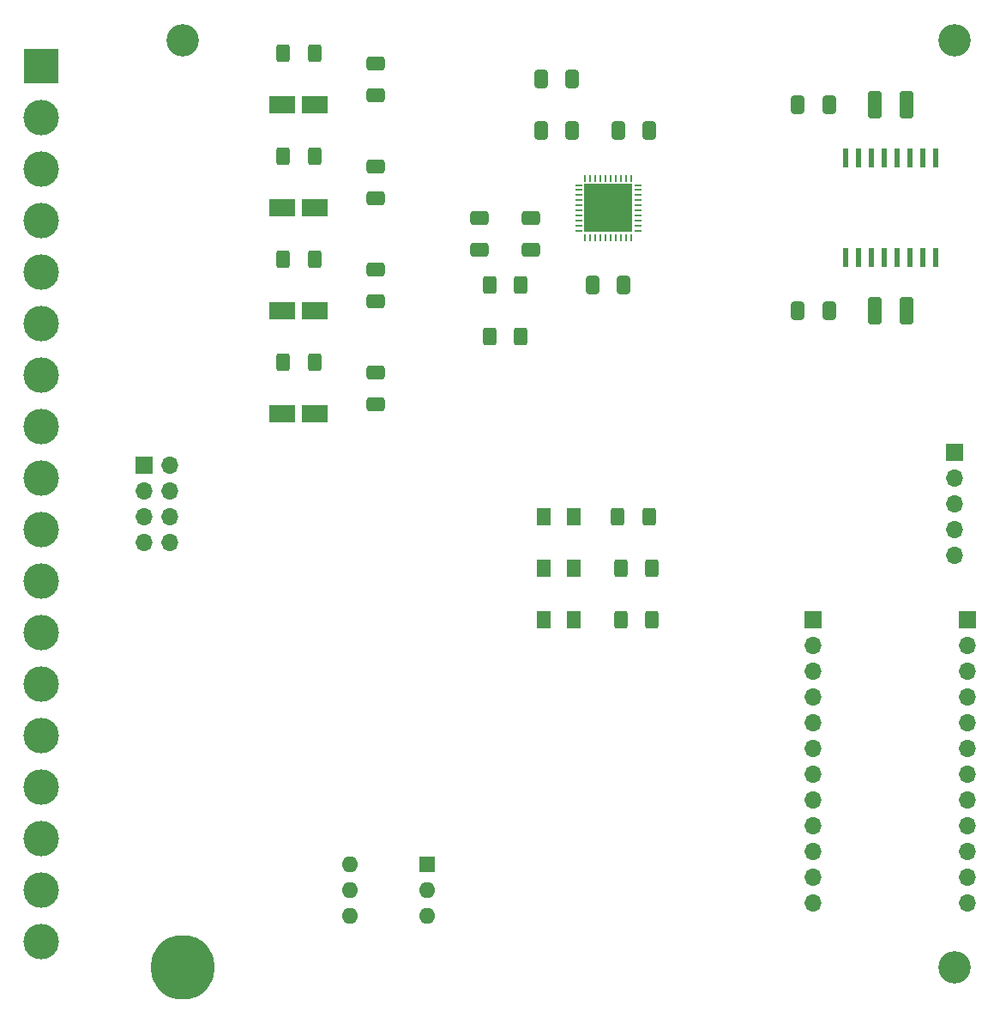
<source format=gbr>
%TF.GenerationSoftware,KiCad,Pcbnew,8.0.4-8.0.4-0~ubuntu22.04.1*%
%TF.CreationDate,2024-08-03T21:35:52+03:00*%
%TF.ProjectId,PM-AI8-U,504d2d41-4938-42d5-952e-6b696361645f,rev?*%
%TF.SameCoordinates,Original*%
%TF.FileFunction,Soldermask,Top*%
%TF.FilePolarity,Negative*%
%FSLAX46Y46*%
G04 Gerber Fmt 4.6, Leading zero omitted, Abs format (unit mm)*
G04 Created by KiCad (PCBNEW 8.0.4-8.0.4-0~ubuntu22.04.1) date 2024-08-03 21:35:52*
%MOMM*%
%LPD*%
G01*
G04 APERTURE LIST*
G04 Aperture macros list*
%AMRoundRect*
0 Rectangle with rounded corners*
0 $1 Rounding radius*
0 $2 $3 $4 $5 $6 $7 $8 $9 X,Y pos of 4 corners*
0 Add a 4 corners polygon primitive as box body*
4,1,4,$2,$3,$4,$5,$6,$7,$8,$9,$2,$3,0*
0 Add four circle primitives for the rounded corners*
1,1,$1+$1,$2,$3*
1,1,$1+$1,$4,$5*
1,1,$1+$1,$6,$7*
1,1,$1+$1,$8,$9*
0 Add four rect primitives between the rounded corners*
20,1,$1+$1,$2,$3,$4,$5,0*
20,1,$1+$1,$4,$5,$6,$7,0*
20,1,$1+$1,$6,$7,$8,$9,0*
20,1,$1+$1,$8,$9,$2,$3,0*%
G04 Aperture macros list end*
%ADD10R,2.565400X1.651000*%
%ADD11C,3.200000*%
%ADD12RoundRect,0.250000X0.412500X0.650000X-0.412500X0.650000X-0.412500X-0.650000X0.412500X-0.650000X0*%
%ADD13RoundRect,0.250000X-0.400000X-0.625000X0.400000X-0.625000X0.400000X0.625000X-0.400000X0.625000X0*%
%ADD14RoundRect,0.250000X-0.650000X0.412500X-0.650000X-0.412500X0.650000X-0.412500X0.650000X0.412500X0*%
%ADD15RoundRect,0.250000X-0.412500X-0.650000X0.412500X-0.650000X0.412500X0.650000X-0.412500X0.650000X0*%
%ADD16R,1.700000X1.700000*%
%ADD17O,1.700000X1.700000*%
%ADD18RoundRect,0.250001X-0.462499X-0.624999X0.462499X-0.624999X0.462499X0.624999X-0.462499X0.624999X0*%
%ADD19RoundRect,0.250000X-0.412500X-1.100000X0.412500X-1.100000X0.412500X1.100000X-0.412500X1.100000X0*%
%ADD20R,3.500000X3.500000*%
%ADD21C,3.500000*%
%ADD22R,0.482600X1.854200*%
%ADD23O,6.350000X6.350000*%
%ADD24R,0.254000X0.660400*%
%ADD25R,0.660400X0.254000*%
%ADD26R,4.699000X4.699000*%
%ADD27R,1.600000X1.600000*%
%ADD28O,1.600000X1.600000*%
G04 APERTURE END LIST*
D10*
%TO.C,D7*%
X57492900Y-91440000D03*
X54267100Y-91440000D03*
%TD*%
%TO.C,D5*%
X57492900Y-81280000D03*
X54267100Y-81280000D03*
%TD*%
%TO.C,D3*%
X57492900Y-71120000D03*
X54267100Y-71120000D03*
%TD*%
%TO.C,D1*%
X57492900Y-60960000D03*
X54267100Y-60960000D03*
%TD*%
D11*
%TO.C,H2*%
X120650000Y-54610000D03*
%TD*%
D12*
%TO.C,C15*%
X108242500Y-60960000D03*
X105117500Y-60960000D03*
%TD*%
D13*
%TO.C,R1*%
X54330000Y-55880000D03*
X57430000Y-55880000D03*
%TD*%
D14*
%TO.C,C3*%
X63500000Y-67017500D03*
X63500000Y-70142500D03*
%TD*%
D15*
%TO.C,C19*%
X84848300Y-78740000D03*
X87973300Y-78740000D03*
%TD*%
%TO.C,C10*%
X87388300Y-63500000D03*
X90513300Y-63500000D03*
%TD*%
D16*
%TO.C,J2*%
X40640000Y-96520000D03*
D17*
X43180000Y-96520000D03*
X40640000Y-99060000D03*
X43180000Y-99060000D03*
X40640000Y-101600000D03*
X43180000Y-101600000D03*
X40640000Y-104140000D03*
X43180000Y-104140000D03*
%TD*%
D14*
%TO.C,C18*%
X73710800Y-72097500D03*
X73710800Y-75222500D03*
%TD*%
%TO.C,C1*%
X63500000Y-56857500D03*
X63500000Y-59982500D03*
%TD*%
D18*
%TO.C,D10*%
X80082500Y-101600000D03*
X83057500Y-101600000D03*
%TD*%
D19*
%TO.C,C16*%
X112737500Y-60960000D03*
X115862500Y-60960000D03*
%TD*%
D20*
%TO.C,J1*%
X30480000Y-57150000D03*
D21*
X30480000Y-62230000D03*
X30480000Y-67310000D03*
X30480000Y-72390000D03*
X30480000Y-77470000D03*
X30480000Y-82550000D03*
X30480000Y-87630000D03*
X30480000Y-92710000D03*
X30480000Y-97790000D03*
X30480000Y-102870000D03*
X30480000Y-107950000D03*
X30480000Y-113030000D03*
X30480000Y-118110000D03*
X30480000Y-123190000D03*
X30480000Y-128270000D03*
X30480000Y-133350000D03*
X30480000Y-138430000D03*
X30480000Y-143510000D03*
%TD*%
D16*
%TO.C,J5*%
X120650000Y-95250000D03*
D17*
X120650000Y-97790000D03*
X120650000Y-100330000D03*
X120650000Y-102870000D03*
X120650000Y-105410000D03*
%TD*%
D18*
%TO.C,D12*%
X80082500Y-111760000D03*
X83057500Y-111760000D03*
%TD*%
D22*
%TO.C,U2*%
X109855000Y-75996800D03*
X111125000Y-75996800D03*
X112395000Y-75996800D03*
X113665000Y-75996800D03*
X114935000Y-75996800D03*
X116205000Y-75996800D03*
X117475000Y-75996800D03*
X118745000Y-75996800D03*
X118745000Y-66243200D03*
X117475000Y-66243200D03*
X116205000Y-66243200D03*
X114935000Y-66243200D03*
X113665000Y-66243200D03*
X112395000Y-66243200D03*
X111125000Y-66243200D03*
X109855000Y-66243200D03*
%TD*%
D23*
%TO.C,D9*%
X44450000Y-146050000D03*
%TD*%
D24*
%TO.C,U1*%
X88660801Y-68196998D03*
X88160799Y-68196998D03*
X87660800Y-68196998D03*
X87160801Y-68196998D03*
X86660800Y-68196998D03*
X86160800Y-68196998D03*
X85660799Y-68196998D03*
X85160800Y-68196998D03*
X84660801Y-68196998D03*
X84160799Y-68196998D03*
D25*
X83487798Y-68869999D03*
X83487798Y-69370001D03*
X83487798Y-69870000D03*
X83487798Y-70369999D03*
X83487798Y-70870000D03*
X83487798Y-71370000D03*
X83487798Y-71870001D03*
X83487798Y-72370000D03*
X83487798Y-72869999D03*
X83487798Y-73370001D03*
D24*
X84160799Y-74043002D03*
X84660801Y-74043002D03*
X85160800Y-74043002D03*
X85660799Y-74043002D03*
X86160800Y-74043002D03*
X86660800Y-74043002D03*
X87160801Y-74043002D03*
X87660800Y-74043002D03*
X88160799Y-74043002D03*
X88660801Y-74043002D03*
D25*
X89333802Y-73370001D03*
X89333802Y-72869999D03*
X89333802Y-72370000D03*
X89333802Y-71870001D03*
X89333802Y-71370000D03*
X89333802Y-70870000D03*
X89333802Y-70369999D03*
X89333802Y-69870000D03*
X89333802Y-69370001D03*
X89333802Y-68869999D03*
D26*
X86410800Y-71120000D03*
%TD*%
D13*
%TO.C,R14*%
X87640000Y-111760000D03*
X90740000Y-111760000D03*
%TD*%
%TO.C,R11*%
X74700800Y-83820000D03*
X77800800Y-83820000D03*
%TD*%
D11*
%TO.C,H3*%
X120650000Y-146050000D03*
%TD*%
D13*
%TO.C,R3*%
X54330000Y-66040000D03*
X57430000Y-66040000D03*
%TD*%
D12*
%TO.C,C12*%
X82893300Y-58420000D03*
X79768300Y-58420000D03*
%TD*%
D13*
%TO.C,R12*%
X87350000Y-101600000D03*
X90450000Y-101600000D03*
%TD*%
D14*
%TO.C,C17*%
X78790800Y-72097500D03*
X78790800Y-75222500D03*
%TD*%
D13*
%TO.C,R5*%
X54330000Y-76200000D03*
X57430000Y-76200000D03*
%TD*%
D14*
%TO.C,C5*%
X63500000Y-77177500D03*
X63500000Y-80302500D03*
%TD*%
D12*
%TO.C,C13*%
X108242500Y-81280000D03*
X105117500Y-81280000D03*
%TD*%
D13*
%TO.C,R13*%
X87640000Y-106680000D03*
X90740000Y-106680000D03*
%TD*%
D11*
%TO.C,H1*%
X44450000Y-54610000D03*
%TD*%
D13*
%TO.C,R7*%
X54330000Y-86360000D03*
X57430000Y-86360000D03*
%TD*%
D14*
%TO.C,C7*%
X63500000Y-87337500D03*
X63500000Y-90462500D03*
%TD*%
D13*
%TO.C,R10*%
X74700800Y-78740000D03*
X77800800Y-78740000D03*
%TD*%
D12*
%TO.C,C11*%
X82893300Y-63500000D03*
X79768300Y-63500000D03*
%TD*%
D19*
%TO.C,C14*%
X112737500Y-81280000D03*
X115862500Y-81280000D03*
%TD*%
D18*
%TO.C,D11*%
X80082500Y-106680000D03*
X83057500Y-106680000D03*
%TD*%
D16*
%TO.C,J3*%
X121920000Y-111760000D03*
D17*
X121920000Y-114300000D03*
X121920000Y-116840000D03*
X121920000Y-119380000D03*
X121920000Y-121920000D03*
X121920000Y-124460000D03*
X121920000Y-127000000D03*
X121920000Y-129540000D03*
X121920000Y-132080000D03*
X121920000Y-134620000D03*
X121920000Y-137160000D03*
X121920000Y-139700000D03*
%TD*%
D27*
%TO.C,SW1*%
X68580000Y-135890000D03*
D28*
X68580000Y-138430000D03*
X68580000Y-140970000D03*
X60960000Y-140970000D03*
X60960000Y-138430000D03*
X60960000Y-135890000D03*
%TD*%
D16*
%TO.C,J4*%
X106680000Y-111760000D03*
D17*
X106680000Y-114300000D03*
X106680000Y-116840000D03*
X106680000Y-119380000D03*
X106680000Y-121920000D03*
X106680000Y-124460000D03*
X106680000Y-127000000D03*
X106680000Y-129540000D03*
X106680000Y-132080000D03*
X106680000Y-134620000D03*
X106680000Y-137160000D03*
X106680000Y-139700000D03*
%TD*%
M02*

</source>
